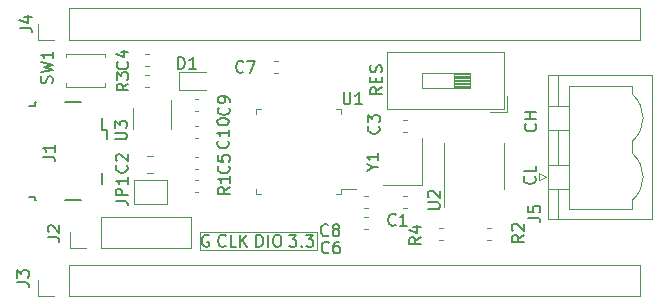
<source format=gbr>
G04 #@! TF.GenerationSoftware,KiCad,Pcbnew,5.1.4+dfsg1-2*
G04 #@! TF.CreationDate,2019-12-30T19:47:55+08:00*
G04 #@! TF.ProjectId,usb2can,75736232-6361-46e2-9e6b-696361645f70,rev?*
G04 #@! TF.SameCoordinates,Original*
G04 #@! TF.FileFunction,Legend,Top*
G04 #@! TF.FilePolarity,Positive*
%FSLAX46Y46*%
G04 Gerber Fmt 4.6, Leading zero omitted, Abs format (unit mm)*
G04 Created by KiCad (PCBNEW 5.1.4+dfsg1-2) date 2019-12-30 19:47:55*
%MOMM*%
%LPD*%
G04 APERTURE LIST*
%ADD10C,0.150000*%
%ADD11C,0.120000*%
G04 APERTURE END LIST*
D10*
X35567904Y-61730000D02*
X35472666Y-61682380D01*
X35329809Y-61682380D01*
X35186952Y-61730000D01*
X35091714Y-61825238D01*
X35044095Y-61920476D01*
X34996476Y-62110952D01*
X34996476Y-62253809D01*
X35044095Y-62444285D01*
X35091714Y-62539523D01*
X35186952Y-62634761D01*
X35329809Y-62682380D01*
X35425047Y-62682380D01*
X35567904Y-62634761D01*
X35615523Y-62587142D01*
X35615523Y-62253809D01*
X35425047Y-62253809D01*
D11*
X34798000Y-61468000D02*
X35306000Y-61468000D01*
X34798000Y-62992000D02*
X34798000Y-61468000D01*
X44704000Y-62992000D02*
X34798000Y-62992000D01*
X44704000Y-61468000D02*
X44704000Y-62992000D01*
X35052000Y-61468000D02*
X44704000Y-61468000D01*
D10*
X42386380Y-61682380D02*
X43005428Y-61682380D01*
X42672095Y-62063333D01*
X42814952Y-62063333D01*
X42910190Y-62110952D01*
X42957809Y-62158571D01*
X43005428Y-62253809D01*
X43005428Y-62491904D01*
X42957809Y-62587142D01*
X42910190Y-62634761D01*
X42814952Y-62682380D01*
X42529238Y-62682380D01*
X42434000Y-62634761D01*
X42386380Y-62587142D01*
X43434000Y-62587142D02*
X43481619Y-62634761D01*
X43434000Y-62682380D01*
X43386380Y-62634761D01*
X43434000Y-62587142D01*
X43434000Y-62682380D01*
X43814952Y-61682380D02*
X44434000Y-61682380D01*
X44100666Y-62063333D01*
X44243523Y-62063333D01*
X44338761Y-62110952D01*
X44386380Y-62158571D01*
X44434000Y-62253809D01*
X44434000Y-62491904D01*
X44386380Y-62587142D01*
X44338761Y-62634761D01*
X44243523Y-62682380D01*
X43957809Y-62682380D01*
X43862571Y-62634761D01*
X43814952Y-62587142D01*
X39616190Y-62682380D02*
X39616190Y-61682380D01*
X39854285Y-61682380D01*
X39997142Y-61730000D01*
X40092380Y-61825238D01*
X40140000Y-61920476D01*
X40187619Y-62110952D01*
X40187619Y-62253809D01*
X40140000Y-62444285D01*
X40092380Y-62539523D01*
X39997142Y-62634761D01*
X39854285Y-62682380D01*
X39616190Y-62682380D01*
X40616190Y-62682380D02*
X40616190Y-61682380D01*
X41282857Y-61682380D02*
X41473333Y-61682380D01*
X41568571Y-61730000D01*
X41663809Y-61825238D01*
X41711428Y-62015714D01*
X41711428Y-62349047D01*
X41663809Y-62539523D01*
X41568571Y-62634761D01*
X41473333Y-62682380D01*
X41282857Y-62682380D01*
X41187619Y-62634761D01*
X41092380Y-62539523D01*
X41044761Y-62349047D01*
X41044761Y-62015714D01*
X41092380Y-61825238D01*
X41187619Y-61730000D01*
X41282857Y-61682380D01*
X36996761Y-62587142D02*
X36949142Y-62634761D01*
X36806285Y-62682380D01*
X36711047Y-62682380D01*
X36568190Y-62634761D01*
X36472952Y-62539523D01*
X36425333Y-62444285D01*
X36377714Y-62253809D01*
X36377714Y-62110952D01*
X36425333Y-61920476D01*
X36472952Y-61825238D01*
X36568190Y-61730000D01*
X36711047Y-61682380D01*
X36806285Y-61682380D01*
X36949142Y-61730000D01*
X36996761Y-61777619D01*
X37901523Y-62682380D02*
X37425333Y-62682380D01*
X37425333Y-61682380D01*
X38234857Y-62682380D02*
X38234857Y-61682380D01*
X38806285Y-62682380D02*
X38377714Y-62110952D01*
X38806285Y-61682380D02*
X38234857Y-62253809D01*
X63222142Y-52284285D02*
X63269761Y-52331904D01*
X63317380Y-52474761D01*
X63317380Y-52570000D01*
X63269761Y-52712857D01*
X63174523Y-52808095D01*
X63079285Y-52855714D01*
X62888809Y-52903333D01*
X62745952Y-52903333D01*
X62555476Y-52855714D01*
X62460238Y-52808095D01*
X62365000Y-52712857D01*
X62317380Y-52570000D01*
X62317380Y-52474761D01*
X62365000Y-52331904D01*
X62412619Y-52284285D01*
X63317380Y-51855714D02*
X62317380Y-51855714D01*
X62793571Y-51855714D02*
X62793571Y-51284285D01*
X63317380Y-51284285D02*
X62317380Y-51284285D01*
X63158642Y-56737238D02*
X63206261Y-56784857D01*
X63253880Y-56927714D01*
X63253880Y-57022952D01*
X63206261Y-57165809D01*
X63111023Y-57261047D01*
X63015785Y-57308666D01*
X62825309Y-57356285D01*
X62682452Y-57356285D01*
X62491976Y-57308666D01*
X62396738Y-57261047D01*
X62301500Y-57165809D01*
X62253880Y-57022952D01*
X62253880Y-56927714D01*
X62301500Y-56784857D01*
X62349119Y-56737238D01*
X63253880Y-55832476D02*
X63253880Y-56308666D01*
X62253880Y-56308666D01*
D11*
X21149000Y-66862000D02*
X21149000Y-65532000D01*
X22479000Y-66862000D02*
X21149000Y-66862000D01*
X23749000Y-66862000D02*
X23749000Y-64202000D01*
X23749000Y-64202000D02*
X72069000Y-64202000D01*
X23749000Y-66862000D02*
X72069000Y-66862000D01*
X72069000Y-66862000D02*
X72069000Y-64202000D01*
X21149000Y-45145000D02*
X21149000Y-43815000D01*
X22479000Y-45145000D02*
X21149000Y-45145000D01*
X23749000Y-45145000D02*
X23749000Y-42485000D01*
X23749000Y-42485000D02*
X72069000Y-42485000D01*
X23749000Y-45145000D02*
X72069000Y-45145000D01*
X72069000Y-45145000D02*
X72069000Y-42485000D01*
X52359779Y-58418000D02*
X52034221Y-58418000D01*
X52359779Y-59438000D02*
X52034221Y-59438000D01*
X53593000Y-57499000D02*
X53593000Y-53499000D01*
X50293000Y-57499000D02*
X53593000Y-57499000D01*
X32344000Y-52716000D02*
X32344000Y-50266000D01*
X29124000Y-50916000D02*
X29124000Y-52716000D01*
X55479000Y-55880000D02*
X55479000Y-59330000D01*
X55479000Y-55880000D02*
X55479000Y-53930000D01*
X60599000Y-55880000D02*
X60599000Y-57830000D01*
X60599000Y-55880000D02*
X60599000Y-53930000D01*
X46790000Y-57770000D02*
X48080000Y-57770000D01*
X46790000Y-58220000D02*
X46790000Y-57770000D01*
X46340000Y-58220000D02*
X46790000Y-58220000D01*
X39570000Y-58220000D02*
X39570000Y-57770000D01*
X40020000Y-58220000D02*
X39570000Y-58220000D01*
X46790000Y-51000000D02*
X46790000Y-51450000D01*
X46340000Y-51000000D02*
X46790000Y-51000000D01*
X39570000Y-51000000D02*
X39570000Y-51450000D01*
X40020000Y-51000000D02*
X39570000Y-51000000D01*
X56302667Y-49276000D02*
X56302667Y-48006000D01*
X57656000Y-48076000D02*
X56302667Y-48076000D01*
X57656000Y-48196000D02*
X56302667Y-48196000D01*
X57656000Y-48316000D02*
X56302667Y-48316000D01*
X57656000Y-48436000D02*
X56302667Y-48436000D01*
X57656000Y-48556000D02*
X56302667Y-48556000D01*
X57656000Y-48676000D02*
X56302667Y-48676000D01*
X57656000Y-48796000D02*
X56302667Y-48796000D01*
X57656000Y-48916000D02*
X56302667Y-48916000D01*
X57656000Y-49036000D02*
X56302667Y-49036000D01*
X57656000Y-49156000D02*
X56302667Y-49156000D01*
X53596000Y-49276000D02*
X57656000Y-49276000D01*
X53596000Y-48006000D02*
X53596000Y-49276000D01*
X57656000Y-48006000D02*
X53596000Y-48006000D01*
X57656000Y-49276000D02*
X57656000Y-48006000D01*
X60816000Y-51301000D02*
X60816000Y-49918000D01*
X60816000Y-51301000D02*
X59432000Y-51301000D01*
X50676000Y-51061000D02*
X50676000Y-46221000D01*
X60576000Y-51061000D02*
X60576000Y-46221000D01*
X60576000Y-46221000D02*
X50676000Y-46221000D01*
X60576000Y-51061000D02*
X50676000Y-51061000D01*
X26796000Y-46352000D02*
X26796000Y-46652000D01*
X23496000Y-46352000D02*
X26796000Y-46352000D01*
X23496000Y-46652000D02*
X23496000Y-46352000D01*
X26796000Y-49152000D02*
X26796000Y-48852000D01*
X23496000Y-49152000D02*
X26796000Y-49152000D01*
X23496000Y-48852000D02*
X23496000Y-49152000D01*
X55407779Y-61085000D02*
X55082221Y-61085000D01*
X55407779Y-62105000D02*
X55082221Y-62105000D01*
X30190221Y-49151000D02*
X30515779Y-49151000D01*
X30190221Y-48131000D02*
X30515779Y-48131000D01*
X59146221Y-62105000D02*
X59471779Y-62105000D01*
X59146221Y-61085000D02*
X59471779Y-61085000D01*
X34381221Y-58041000D02*
X34706779Y-58041000D01*
X34381221Y-57021000D02*
X34706779Y-57021000D01*
X29207000Y-57039000D02*
X32007000Y-57039000D01*
X32007000Y-57039000D02*
X32007000Y-59039000D01*
X32007000Y-59039000D02*
X29207000Y-59039000D01*
X29207000Y-59039000D02*
X29207000Y-57039000D01*
X63505000Y-57069000D02*
X63505000Y-56469000D01*
X64105000Y-56769000D02*
X63505000Y-57069000D01*
X63505000Y-56469000D02*
X64105000Y-56769000D01*
X71415000Y-49069000D02*
X71415000Y-49769000D01*
X66115000Y-49069000D02*
X71415000Y-49069000D01*
X66115000Y-59469000D02*
X66115000Y-49069000D01*
X71415000Y-59469000D02*
X66115000Y-59469000D01*
X71415000Y-58769000D02*
X71415000Y-59469000D01*
X71415000Y-54769000D02*
X71415000Y-53769000D01*
X66115000Y-50769000D02*
X66115000Y-52769000D01*
X64305000Y-50769000D02*
X66115000Y-50769000D01*
X64305000Y-52769000D02*
X64305000Y-50769000D01*
X66115000Y-52769000D02*
X64305000Y-52769000D01*
X66115000Y-55769000D02*
X66115000Y-57769000D01*
X64305000Y-55769000D02*
X66115000Y-55769000D01*
X64305000Y-57769000D02*
X64305000Y-55769000D01*
X66115000Y-57769000D02*
X64305000Y-57769000D01*
X65115000Y-55769000D02*
X65115000Y-52769000D01*
X65115000Y-48159000D02*
X65115000Y-50659000D01*
X65115000Y-60379000D02*
X65115000Y-57879000D01*
X64305000Y-48159000D02*
X64305000Y-60379000D01*
X73125000Y-48159000D02*
X64305000Y-48159000D01*
X73125000Y-60379000D02*
X73125000Y-48159000D01*
X64305000Y-60379000D02*
X73125000Y-60379000D01*
X71430821Y-49782159D02*
G75*
G02X71415000Y-53769000I-1665821J-1986841D01*
G01*
X71430821Y-54782159D02*
G75*
G02X71415000Y-58769000I-1665821J-1986841D01*
G01*
X23816000Y-62798000D02*
X23816000Y-61468000D01*
X25146000Y-62798000D02*
X23816000Y-62798000D01*
X26416000Y-62798000D02*
X26416000Y-60138000D01*
X26416000Y-60138000D02*
X34096000Y-60138000D01*
X26416000Y-62798000D02*
X34096000Y-62798000D01*
X34096000Y-62798000D02*
X34096000Y-60138000D01*
D10*
X26530000Y-56410000D02*
X26530000Y-57410000D01*
X26530000Y-52810000D02*
X26530000Y-51810000D01*
X26955000Y-52810000D02*
X26530000Y-52810000D01*
X26955000Y-53535000D02*
X26955000Y-52810000D01*
X23380000Y-58760000D02*
X24780000Y-58760000D01*
X20830000Y-58760000D02*
X20980000Y-58760000D01*
X20830000Y-58460000D02*
X20830000Y-58760000D01*
X20380000Y-58460000D02*
X20830000Y-58460000D01*
X20830000Y-50760000D02*
X20380000Y-50760000D01*
X20830000Y-50460000D02*
X20830000Y-50760000D01*
X20980000Y-50460000D02*
X20830000Y-50460000D01*
X24780000Y-50460000D02*
X23380000Y-50460000D01*
D11*
X33059000Y-49376000D02*
X35344000Y-49376000D01*
X33059000Y-47906000D02*
X33059000Y-49376000D01*
X35344000Y-47906000D02*
X33059000Y-47906000D01*
X34381221Y-53469000D02*
X34706779Y-53469000D01*
X34381221Y-52449000D02*
X34706779Y-52449000D01*
X34381221Y-51183000D02*
X34706779Y-51183000D01*
X34381221Y-50163000D02*
X34706779Y-50163000D01*
X49057779Y-58418000D02*
X48732221Y-58418000D01*
X49057779Y-59438000D02*
X48732221Y-59438000D01*
X41437779Y-46988000D02*
X41112221Y-46988000D01*
X41437779Y-48008000D02*
X41112221Y-48008000D01*
X49057779Y-60196000D02*
X48732221Y-60196000D01*
X49057779Y-61216000D02*
X48732221Y-61216000D01*
X34381221Y-56136000D02*
X34706779Y-56136000D01*
X34381221Y-55116000D02*
X34706779Y-55116000D01*
X30190221Y-47373000D02*
X30515779Y-47373000D01*
X30190221Y-46353000D02*
X30515779Y-46353000D01*
X52034221Y-52961000D02*
X52359779Y-52961000D01*
X52034221Y-51941000D02*
X52359779Y-51941000D01*
X30348422Y-56463000D02*
X30865578Y-56463000D01*
X30348422Y-55043000D02*
X30865578Y-55043000D01*
D10*
X19327880Y-65674833D02*
X20042166Y-65674833D01*
X20185023Y-65722452D01*
X20280261Y-65817690D01*
X20327880Y-65960547D01*
X20327880Y-66055785D01*
X19327880Y-65293880D02*
X19327880Y-64674833D01*
X19708833Y-65008166D01*
X19708833Y-64865309D01*
X19756452Y-64770071D01*
X19804071Y-64722452D01*
X19899309Y-64674833D01*
X20137404Y-64674833D01*
X20232642Y-64722452D01*
X20280261Y-64770071D01*
X20327880Y-64865309D01*
X20327880Y-65151023D01*
X20280261Y-65246261D01*
X20232642Y-65293880D01*
X19601380Y-44148333D02*
X20315666Y-44148333D01*
X20458523Y-44195952D01*
X20553761Y-44291190D01*
X20601380Y-44434047D01*
X20601380Y-44529285D01*
X19934714Y-43243571D02*
X20601380Y-43243571D01*
X19553761Y-43481666D02*
X20268047Y-43719761D01*
X20268047Y-43100714D01*
X51395333Y-60809142D02*
X51347714Y-60856761D01*
X51204857Y-60904380D01*
X51109619Y-60904380D01*
X50966761Y-60856761D01*
X50871523Y-60761523D01*
X50823904Y-60666285D01*
X50776285Y-60475809D01*
X50776285Y-60332952D01*
X50823904Y-60142476D01*
X50871523Y-60047238D01*
X50966761Y-59952000D01*
X51109619Y-59904380D01*
X51204857Y-59904380D01*
X51347714Y-59952000D01*
X51395333Y-59999619D01*
X52347714Y-60904380D02*
X51776285Y-60904380D01*
X52062000Y-60904380D02*
X52062000Y-59904380D01*
X51966761Y-60047238D01*
X51871523Y-60142476D01*
X51776285Y-60190095D01*
X49469190Y-55975190D02*
X49945380Y-55975190D01*
X48945380Y-56308523D02*
X49469190Y-55975190D01*
X48945380Y-55641857D01*
X49945380Y-54784714D02*
X49945380Y-55356142D01*
X49945380Y-55070428D02*
X48945380Y-55070428D01*
X49088238Y-55165666D01*
X49183476Y-55260904D01*
X49231095Y-55356142D01*
X27646380Y-53593904D02*
X28455904Y-53593904D01*
X28551142Y-53546285D01*
X28598761Y-53498666D01*
X28646380Y-53403428D01*
X28646380Y-53212952D01*
X28598761Y-53117714D01*
X28551142Y-53070095D01*
X28455904Y-53022476D01*
X27646380Y-53022476D01*
X27646380Y-52641523D02*
X27646380Y-52022476D01*
X28027333Y-52355809D01*
X28027333Y-52212952D01*
X28074952Y-52117714D01*
X28122571Y-52070095D01*
X28217809Y-52022476D01*
X28455904Y-52022476D01*
X28551142Y-52070095D01*
X28598761Y-52117714D01*
X28646380Y-52212952D01*
X28646380Y-52498666D01*
X28598761Y-52593904D01*
X28551142Y-52641523D01*
X54125880Y-59499404D02*
X54935404Y-59499404D01*
X55030642Y-59451785D01*
X55078261Y-59404166D01*
X55125880Y-59308928D01*
X55125880Y-59118452D01*
X55078261Y-59023214D01*
X55030642Y-58975595D01*
X54935404Y-58927976D01*
X54125880Y-58927976D01*
X54221119Y-58499404D02*
X54173500Y-58451785D01*
X54125880Y-58356547D01*
X54125880Y-58118452D01*
X54173500Y-58023214D01*
X54221119Y-57975595D01*
X54316357Y-57927976D01*
X54411595Y-57927976D01*
X54554452Y-57975595D01*
X55125880Y-58547023D01*
X55125880Y-57927976D01*
X46990095Y-49617380D02*
X46990095Y-50426904D01*
X47037714Y-50522142D01*
X47085333Y-50569761D01*
X47180571Y-50617380D01*
X47371047Y-50617380D01*
X47466285Y-50569761D01*
X47513904Y-50522142D01*
X47561523Y-50426904D01*
X47561523Y-49617380D01*
X48561523Y-50617380D02*
X47990095Y-50617380D01*
X48275809Y-50617380D02*
X48275809Y-49617380D01*
X48180571Y-49760238D01*
X48085333Y-49855476D01*
X47990095Y-49903095D01*
X50236380Y-49196547D02*
X49760190Y-49529880D01*
X50236380Y-49767976D02*
X49236380Y-49767976D01*
X49236380Y-49387023D01*
X49284000Y-49291785D01*
X49331619Y-49244166D01*
X49426857Y-49196547D01*
X49569714Y-49196547D01*
X49664952Y-49244166D01*
X49712571Y-49291785D01*
X49760190Y-49387023D01*
X49760190Y-49767976D01*
X49712571Y-48767976D02*
X49712571Y-48434642D01*
X50236380Y-48291785D02*
X50236380Y-48767976D01*
X49236380Y-48767976D01*
X49236380Y-48291785D01*
X50188761Y-47910833D02*
X50236380Y-47767976D01*
X50236380Y-47529880D01*
X50188761Y-47434642D01*
X50141142Y-47387023D01*
X50045904Y-47339404D01*
X49950666Y-47339404D01*
X49855428Y-47387023D01*
X49807809Y-47434642D01*
X49760190Y-47529880D01*
X49712571Y-47720357D01*
X49664952Y-47815595D01*
X49617333Y-47863214D01*
X49522095Y-47910833D01*
X49426857Y-47910833D01*
X49331619Y-47863214D01*
X49284000Y-47815595D01*
X49236380Y-47720357D01*
X49236380Y-47482261D01*
X49284000Y-47339404D01*
X22312261Y-48831333D02*
X22359880Y-48688476D01*
X22359880Y-48450380D01*
X22312261Y-48355142D01*
X22264642Y-48307523D01*
X22169404Y-48259904D01*
X22074166Y-48259904D01*
X21978928Y-48307523D01*
X21931309Y-48355142D01*
X21883690Y-48450380D01*
X21836071Y-48640857D01*
X21788452Y-48736095D01*
X21740833Y-48783714D01*
X21645595Y-48831333D01*
X21550357Y-48831333D01*
X21455119Y-48783714D01*
X21407500Y-48736095D01*
X21359880Y-48640857D01*
X21359880Y-48402761D01*
X21407500Y-48259904D01*
X21359880Y-47926571D02*
X22359880Y-47688476D01*
X21645595Y-47498000D01*
X22359880Y-47307523D01*
X21359880Y-47069428D01*
X22359880Y-46164666D02*
X22359880Y-46736095D01*
X22359880Y-46450380D02*
X21359880Y-46450380D01*
X21502738Y-46545619D01*
X21597976Y-46640857D01*
X21645595Y-46736095D01*
X53538380Y-61888666D02*
X53062190Y-62222000D01*
X53538380Y-62460095D02*
X52538380Y-62460095D01*
X52538380Y-62079142D01*
X52586000Y-61983904D01*
X52633619Y-61936285D01*
X52728857Y-61888666D01*
X52871714Y-61888666D01*
X52966952Y-61936285D01*
X53014571Y-61983904D01*
X53062190Y-62079142D01*
X53062190Y-62460095D01*
X52871714Y-61031523D02*
X53538380Y-61031523D01*
X52490761Y-61269619D02*
X53205047Y-61507714D01*
X53205047Y-60888666D01*
X28773380Y-48871166D02*
X28297190Y-49204500D01*
X28773380Y-49442595D02*
X27773380Y-49442595D01*
X27773380Y-49061642D01*
X27821000Y-48966404D01*
X27868619Y-48918785D01*
X27963857Y-48871166D01*
X28106714Y-48871166D01*
X28201952Y-48918785D01*
X28249571Y-48966404D01*
X28297190Y-49061642D01*
X28297190Y-49442595D01*
X27773380Y-48537833D02*
X27773380Y-47918785D01*
X28154333Y-48252119D01*
X28154333Y-48109261D01*
X28201952Y-48014023D01*
X28249571Y-47966404D01*
X28344809Y-47918785D01*
X28582904Y-47918785D01*
X28678142Y-47966404D01*
X28725761Y-48014023D01*
X28773380Y-48109261D01*
X28773380Y-48394976D01*
X28725761Y-48490214D01*
X28678142Y-48537833D01*
X62237880Y-61698166D02*
X61761690Y-62031500D01*
X62237880Y-62269595D02*
X61237880Y-62269595D01*
X61237880Y-61888642D01*
X61285500Y-61793404D01*
X61333119Y-61745785D01*
X61428357Y-61698166D01*
X61571214Y-61698166D01*
X61666452Y-61745785D01*
X61714071Y-61793404D01*
X61761690Y-61888642D01*
X61761690Y-62269595D01*
X61333119Y-61317214D02*
X61285500Y-61269595D01*
X61237880Y-61174357D01*
X61237880Y-60936261D01*
X61285500Y-60841023D01*
X61333119Y-60793404D01*
X61428357Y-60745785D01*
X61523595Y-60745785D01*
X61666452Y-60793404D01*
X62237880Y-61364833D01*
X62237880Y-60745785D01*
X37345880Y-57634166D02*
X36869690Y-57967500D01*
X37345880Y-58205595D02*
X36345880Y-58205595D01*
X36345880Y-57824642D01*
X36393500Y-57729404D01*
X36441119Y-57681785D01*
X36536357Y-57634166D01*
X36679214Y-57634166D01*
X36774452Y-57681785D01*
X36822071Y-57729404D01*
X36869690Y-57824642D01*
X36869690Y-58205595D01*
X37345880Y-56681785D02*
X37345880Y-57253214D01*
X37345880Y-56967500D02*
X36345880Y-56967500D01*
X36488738Y-57062738D01*
X36583976Y-57157976D01*
X36631595Y-57253214D01*
X27709880Y-58808833D02*
X28424166Y-58808833D01*
X28567023Y-58856452D01*
X28662261Y-58951690D01*
X28709880Y-59094547D01*
X28709880Y-59189785D01*
X28709880Y-58332642D02*
X27709880Y-58332642D01*
X27709880Y-57951690D01*
X27757500Y-57856452D01*
X27805119Y-57808833D01*
X27900357Y-57761214D01*
X28043214Y-57761214D01*
X28138452Y-57808833D01*
X28186071Y-57856452D01*
X28233690Y-57951690D01*
X28233690Y-58332642D01*
X28709880Y-56808833D02*
X28709880Y-57380261D01*
X28709880Y-57094547D02*
X27709880Y-57094547D01*
X27852738Y-57189785D01*
X27947976Y-57285023D01*
X27995595Y-57380261D01*
X62634880Y-60213833D02*
X63349166Y-60213833D01*
X63492023Y-60261452D01*
X63587261Y-60356690D01*
X63634880Y-60499547D01*
X63634880Y-60594785D01*
X62634880Y-59261452D02*
X62634880Y-59737642D01*
X63111071Y-59785261D01*
X63063452Y-59737642D01*
X63015833Y-59642404D01*
X63015833Y-59404309D01*
X63063452Y-59309071D01*
X63111071Y-59261452D01*
X63206309Y-59213833D01*
X63444404Y-59213833D01*
X63539642Y-59261452D01*
X63587261Y-59309071D01*
X63634880Y-59404309D01*
X63634880Y-59642404D01*
X63587261Y-59737642D01*
X63539642Y-59785261D01*
X21931380Y-61864833D02*
X22645666Y-61864833D01*
X22788523Y-61912452D01*
X22883761Y-62007690D01*
X22931380Y-62150547D01*
X22931380Y-62245785D01*
X22026619Y-61436261D02*
X21979000Y-61388642D01*
X21931380Y-61293404D01*
X21931380Y-61055309D01*
X21979000Y-60960071D01*
X22026619Y-60912452D01*
X22121857Y-60864833D01*
X22217095Y-60864833D01*
X22359952Y-60912452D01*
X22931380Y-61483880D01*
X22931380Y-60864833D01*
X21550380Y-55070333D02*
X22264666Y-55070333D01*
X22407523Y-55117952D01*
X22502761Y-55213190D01*
X22550380Y-55356047D01*
X22550380Y-55451285D01*
X22550380Y-54070333D02*
X22550380Y-54641761D01*
X22550380Y-54356047D02*
X21550380Y-54356047D01*
X21693238Y-54451285D01*
X21788476Y-54546523D01*
X21836095Y-54641761D01*
X32980404Y-47632880D02*
X32980404Y-46632880D01*
X33218500Y-46632880D01*
X33361357Y-46680500D01*
X33456595Y-46775738D01*
X33504214Y-46870976D01*
X33551833Y-47061452D01*
X33551833Y-47204309D01*
X33504214Y-47394785D01*
X33456595Y-47490023D01*
X33361357Y-47585261D01*
X33218500Y-47632880D01*
X32980404Y-47632880D01*
X34504214Y-47632880D02*
X33932785Y-47632880D01*
X34218500Y-47632880D02*
X34218500Y-46632880D01*
X34123261Y-46775738D01*
X34028023Y-46870976D01*
X33932785Y-46918595D01*
X37187142Y-53728857D02*
X37234761Y-53776476D01*
X37282380Y-53919333D01*
X37282380Y-54014571D01*
X37234761Y-54157428D01*
X37139523Y-54252666D01*
X37044285Y-54300285D01*
X36853809Y-54347904D01*
X36710952Y-54347904D01*
X36520476Y-54300285D01*
X36425238Y-54252666D01*
X36330000Y-54157428D01*
X36282380Y-54014571D01*
X36282380Y-53919333D01*
X36330000Y-53776476D01*
X36377619Y-53728857D01*
X37282380Y-52776476D02*
X37282380Y-53347904D01*
X37282380Y-53062190D02*
X36282380Y-53062190D01*
X36425238Y-53157428D01*
X36520476Y-53252666D01*
X36568095Y-53347904D01*
X36282380Y-52157428D02*
X36282380Y-52062190D01*
X36330000Y-51966952D01*
X36377619Y-51919333D01*
X36472857Y-51871714D01*
X36663333Y-51824095D01*
X36901428Y-51824095D01*
X37091904Y-51871714D01*
X37187142Y-51919333D01*
X37234761Y-51966952D01*
X37282380Y-52062190D01*
X37282380Y-52157428D01*
X37234761Y-52252666D01*
X37187142Y-52300285D01*
X37091904Y-52347904D01*
X36901428Y-52395523D01*
X36663333Y-52395523D01*
X36472857Y-52347904D01*
X36377619Y-52300285D01*
X36330000Y-52252666D01*
X36282380Y-52157428D01*
X37250642Y-50903166D02*
X37298261Y-50950785D01*
X37345880Y-51093642D01*
X37345880Y-51188880D01*
X37298261Y-51331738D01*
X37203023Y-51426976D01*
X37107785Y-51474595D01*
X36917309Y-51522214D01*
X36774452Y-51522214D01*
X36583976Y-51474595D01*
X36488738Y-51426976D01*
X36393500Y-51331738D01*
X36345880Y-51188880D01*
X36345880Y-51093642D01*
X36393500Y-50950785D01*
X36441119Y-50903166D01*
X37345880Y-50426976D02*
X37345880Y-50236500D01*
X37298261Y-50141261D01*
X37250642Y-50093642D01*
X37107785Y-49998404D01*
X36917309Y-49950785D01*
X36536357Y-49950785D01*
X36441119Y-49998404D01*
X36393500Y-50046023D01*
X36345880Y-50141261D01*
X36345880Y-50331738D01*
X36393500Y-50426976D01*
X36441119Y-50474595D01*
X36536357Y-50522214D01*
X36774452Y-50522214D01*
X36869690Y-50474595D01*
X36917309Y-50426976D01*
X36964928Y-50331738D01*
X36964928Y-50141261D01*
X36917309Y-50046023D01*
X36869690Y-49998404D01*
X36774452Y-49950785D01*
X45680333Y-61698142D02*
X45632714Y-61745761D01*
X45489857Y-61793380D01*
X45394619Y-61793380D01*
X45251761Y-61745761D01*
X45156523Y-61650523D01*
X45108904Y-61555285D01*
X45061285Y-61364809D01*
X45061285Y-61221952D01*
X45108904Y-61031476D01*
X45156523Y-60936238D01*
X45251761Y-60841000D01*
X45394619Y-60793380D01*
X45489857Y-60793380D01*
X45632714Y-60841000D01*
X45680333Y-60888619D01*
X46251761Y-61221952D02*
X46156523Y-61174333D01*
X46108904Y-61126714D01*
X46061285Y-61031476D01*
X46061285Y-60983857D01*
X46108904Y-60888619D01*
X46156523Y-60841000D01*
X46251761Y-60793380D01*
X46442238Y-60793380D01*
X46537476Y-60841000D01*
X46585095Y-60888619D01*
X46632714Y-60983857D01*
X46632714Y-61031476D01*
X46585095Y-61126714D01*
X46537476Y-61174333D01*
X46442238Y-61221952D01*
X46251761Y-61221952D01*
X46156523Y-61269571D01*
X46108904Y-61317190D01*
X46061285Y-61412428D01*
X46061285Y-61602904D01*
X46108904Y-61698142D01*
X46156523Y-61745761D01*
X46251761Y-61793380D01*
X46442238Y-61793380D01*
X46537476Y-61745761D01*
X46585095Y-61698142D01*
X46632714Y-61602904D01*
X46632714Y-61412428D01*
X46585095Y-61317190D01*
X46537476Y-61269571D01*
X46442238Y-61221952D01*
X38504833Y-47855142D02*
X38457214Y-47902761D01*
X38314357Y-47950380D01*
X38219119Y-47950380D01*
X38076261Y-47902761D01*
X37981023Y-47807523D01*
X37933404Y-47712285D01*
X37885785Y-47521809D01*
X37885785Y-47378952D01*
X37933404Y-47188476D01*
X37981023Y-47093238D01*
X38076261Y-46998000D01*
X38219119Y-46950380D01*
X38314357Y-46950380D01*
X38457214Y-46998000D01*
X38504833Y-47045619D01*
X38838166Y-46950380D02*
X39504833Y-46950380D01*
X39076261Y-47950380D01*
X45743833Y-63158642D02*
X45696214Y-63206261D01*
X45553357Y-63253880D01*
X45458119Y-63253880D01*
X45315261Y-63206261D01*
X45220023Y-63111023D01*
X45172404Y-63015785D01*
X45124785Y-62825309D01*
X45124785Y-62682452D01*
X45172404Y-62491976D01*
X45220023Y-62396738D01*
X45315261Y-62301500D01*
X45458119Y-62253880D01*
X45553357Y-62253880D01*
X45696214Y-62301500D01*
X45743833Y-62349119D01*
X46600976Y-62253880D02*
X46410500Y-62253880D01*
X46315261Y-62301500D01*
X46267642Y-62349119D01*
X46172404Y-62491976D01*
X46124785Y-62682452D01*
X46124785Y-63063404D01*
X46172404Y-63158642D01*
X46220023Y-63206261D01*
X46315261Y-63253880D01*
X46505738Y-63253880D01*
X46600976Y-63206261D01*
X46648595Y-63158642D01*
X46696214Y-63063404D01*
X46696214Y-62825309D01*
X46648595Y-62730071D01*
X46600976Y-62682452D01*
X46505738Y-62634833D01*
X46315261Y-62634833D01*
X46220023Y-62682452D01*
X46172404Y-62730071D01*
X46124785Y-62825309D01*
X37250642Y-55856166D02*
X37298261Y-55903785D01*
X37345880Y-56046642D01*
X37345880Y-56141880D01*
X37298261Y-56284738D01*
X37203023Y-56379976D01*
X37107785Y-56427595D01*
X36917309Y-56475214D01*
X36774452Y-56475214D01*
X36583976Y-56427595D01*
X36488738Y-56379976D01*
X36393500Y-56284738D01*
X36345880Y-56141880D01*
X36345880Y-56046642D01*
X36393500Y-55903785D01*
X36441119Y-55856166D01*
X36345880Y-54951404D02*
X36345880Y-55427595D01*
X36822071Y-55475214D01*
X36774452Y-55427595D01*
X36726833Y-55332357D01*
X36726833Y-55094261D01*
X36774452Y-54999023D01*
X36822071Y-54951404D01*
X36917309Y-54903785D01*
X37155404Y-54903785D01*
X37250642Y-54951404D01*
X37298261Y-54999023D01*
X37345880Y-55094261D01*
X37345880Y-55332357D01*
X37298261Y-55427595D01*
X37250642Y-55475214D01*
X28678142Y-47029666D02*
X28725761Y-47077285D01*
X28773380Y-47220142D01*
X28773380Y-47315380D01*
X28725761Y-47458238D01*
X28630523Y-47553476D01*
X28535285Y-47601095D01*
X28344809Y-47648714D01*
X28201952Y-47648714D01*
X28011476Y-47601095D01*
X27916238Y-47553476D01*
X27821000Y-47458238D01*
X27773380Y-47315380D01*
X27773380Y-47220142D01*
X27821000Y-47077285D01*
X27868619Y-47029666D01*
X28106714Y-46172523D02*
X28773380Y-46172523D01*
X27725761Y-46410619D02*
X28440047Y-46648714D01*
X28440047Y-46029666D01*
X49950642Y-52490666D02*
X49998261Y-52538285D01*
X50045880Y-52681142D01*
X50045880Y-52776380D01*
X49998261Y-52919238D01*
X49903023Y-53014476D01*
X49807785Y-53062095D01*
X49617309Y-53109714D01*
X49474452Y-53109714D01*
X49283976Y-53062095D01*
X49188738Y-53014476D01*
X49093500Y-52919238D01*
X49045880Y-52776380D01*
X49045880Y-52681142D01*
X49093500Y-52538285D01*
X49141119Y-52490666D01*
X49045880Y-52157333D02*
X49045880Y-51538285D01*
X49426833Y-51871619D01*
X49426833Y-51728761D01*
X49474452Y-51633523D01*
X49522071Y-51585904D01*
X49617309Y-51538285D01*
X49855404Y-51538285D01*
X49950642Y-51585904D01*
X49998261Y-51633523D01*
X50045880Y-51728761D01*
X50045880Y-52014476D01*
X49998261Y-52109714D01*
X49950642Y-52157333D01*
X28614642Y-55792666D02*
X28662261Y-55840285D01*
X28709880Y-55983142D01*
X28709880Y-56078380D01*
X28662261Y-56221238D01*
X28567023Y-56316476D01*
X28471785Y-56364095D01*
X28281309Y-56411714D01*
X28138452Y-56411714D01*
X27947976Y-56364095D01*
X27852738Y-56316476D01*
X27757500Y-56221238D01*
X27709880Y-56078380D01*
X27709880Y-55983142D01*
X27757500Y-55840285D01*
X27805119Y-55792666D01*
X27805119Y-55411714D02*
X27757500Y-55364095D01*
X27709880Y-55268857D01*
X27709880Y-55030761D01*
X27757500Y-54935523D01*
X27805119Y-54887904D01*
X27900357Y-54840285D01*
X27995595Y-54840285D01*
X28138452Y-54887904D01*
X28709880Y-55459333D01*
X28709880Y-54840285D01*
M02*

</source>
